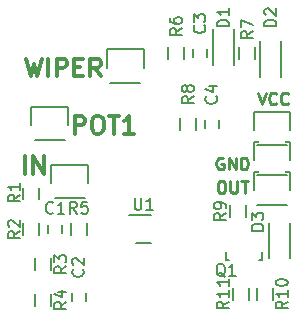
<source format=gto>
G04 #@! TF.FileFunction,Legend,Top*
%FSLAX46Y46*%
G04 Gerber Fmt 4.6, Leading zero omitted, Abs format (unit mm)*
G04 Created by KiCad (PCBNEW 4.0.4+e1-6308~48~ubuntu16.04.1-stable) date Thu Nov  3 23:15:19 2016*
%MOMM*%
%LPD*%
G01*
G04 APERTURE LIST*
%ADD10C,0.100000*%
%ADD11C,0.300000*%
%ADD12C,0.250000*%
%ADD13C,0.150000*%
%ADD14R,0.750000X0.800000*%
%ADD15R,1.220000X0.910000*%
%ADD16R,0.800100X0.800100*%
%ADD17R,0.900000X0.500000*%
%ADD18R,2.235200X2.235200*%
%ADD19R,0.850000X0.300000*%
G04 APERTURE END LIST*
D10*
D11*
X173571429Y-51078571D02*
X173928572Y-52578571D01*
X174214286Y-51507143D01*
X174500000Y-52578571D01*
X174857143Y-51078571D01*
X175428572Y-52578571D02*
X175428572Y-51078571D01*
X176142858Y-52578571D02*
X176142858Y-51078571D01*
X176714286Y-51078571D01*
X176857144Y-51150000D01*
X176928572Y-51221429D01*
X177000001Y-51364286D01*
X177000001Y-51578571D01*
X176928572Y-51721429D01*
X176857144Y-51792857D01*
X176714286Y-51864286D01*
X176142858Y-51864286D01*
X177642858Y-51792857D02*
X178142858Y-51792857D01*
X178357144Y-52578571D02*
X177642858Y-52578571D01*
X177642858Y-51078571D01*
X178357144Y-51078571D01*
X179857144Y-52578571D02*
X179357144Y-51864286D01*
X179000001Y-52578571D02*
X179000001Y-51078571D01*
X179571429Y-51078571D01*
X179714287Y-51150000D01*
X179785715Y-51221429D01*
X179857144Y-51364286D01*
X179857144Y-51578571D01*
X179785715Y-51721429D01*
X179714287Y-51792857D01*
X179571429Y-51864286D01*
X179000001Y-51864286D01*
X177685715Y-57428571D02*
X177685715Y-55928571D01*
X178257143Y-55928571D01*
X178400001Y-56000000D01*
X178471429Y-56071429D01*
X178542858Y-56214286D01*
X178542858Y-56428571D01*
X178471429Y-56571429D01*
X178400001Y-56642857D01*
X178257143Y-56714286D01*
X177685715Y-56714286D01*
X179471429Y-55928571D02*
X179757143Y-55928571D01*
X179900001Y-56000000D01*
X180042858Y-56142857D01*
X180114286Y-56428571D01*
X180114286Y-56928571D01*
X180042858Y-57214286D01*
X179900001Y-57357143D01*
X179757143Y-57428571D01*
X179471429Y-57428571D01*
X179328572Y-57357143D01*
X179185715Y-57214286D01*
X179114286Y-56928571D01*
X179114286Y-56428571D01*
X179185715Y-56142857D01*
X179328572Y-56000000D01*
X179471429Y-55928571D01*
X180542858Y-55928571D02*
X181400001Y-55928571D01*
X180971430Y-57428571D02*
X180971430Y-55928571D01*
X182685715Y-57428571D02*
X181828572Y-57428571D01*
X182257144Y-57428571D02*
X182257144Y-55928571D01*
X182114287Y-56142857D01*
X181971429Y-56285714D01*
X181828572Y-56357143D01*
D12*
X193166667Y-53952381D02*
X193500000Y-54952381D01*
X193833334Y-53952381D01*
X194738096Y-54857143D02*
X194690477Y-54904762D01*
X194547620Y-54952381D01*
X194452382Y-54952381D01*
X194309524Y-54904762D01*
X194214286Y-54809524D01*
X194166667Y-54714286D01*
X194119048Y-54523810D01*
X194119048Y-54380952D01*
X194166667Y-54190476D01*
X194214286Y-54095238D01*
X194309524Y-54000000D01*
X194452382Y-53952381D01*
X194547620Y-53952381D01*
X194690477Y-54000000D01*
X194738096Y-54047619D01*
X195738096Y-54857143D02*
X195690477Y-54904762D01*
X195547620Y-54952381D01*
X195452382Y-54952381D01*
X195309524Y-54904762D01*
X195214286Y-54809524D01*
X195166667Y-54714286D01*
X195119048Y-54523810D01*
X195119048Y-54380952D01*
X195166667Y-54190476D01*
X195214286Y-54095238D01*
X195309524Y-54000000D01*
X195452382Y-53952381D01*
X195547620Y-53952381D01*
X195690477Y-54000000D01*
X195738096Y-54047619D01*
X190238096Y-59500000D02*
X190142858Y-59452381D01*
X190000001Y-59452381D01*
X189857143Y-59500000D01*
X189761905Y-59595238D01*
X189714286Y-59690476D01*
X189666667Y-59880952D01*
X189666667Y-60023810D01*
X189714286Y-60214286D01*
X189761905Y-60309524D01*
X189857143Y-60404762D01*
X190000001Y-60452381D01*
X190095239Y-60452381D01*
X190238096Y-60404762D01*
X190285715Y-60357143D01*
X190285715Y-60023810D01*
X190095239Y-60023810D01*
X190714286Y-60452381D02*
X190714286Y-59452381D01*
X191285715Y-60452381D01*
X191285715Y-59452381D01*
X191761905Y-60452381D02*
X191761905Y-59452381D01*
X192000000Y-59452381D01*
X192142858Y-59500000D01*
X192238096Y-59595238D01*
X192285715Y-59690476D01*
X192333334Y-59880952D01*
X192333334Y-60023810D01*
X192285715Y-60214286D01*
X192238096Y-60309524D01*
X192142858Y-60404762D01*
X192000000Y-60452381D01*
X191761905Y-60452381D01*
X190000000Y-61452381D02*
X190190477Y-61452381D01*
X190285715Y-61500000D01*
X190380953Y-61595238D01*
X190428572Y-61785714D01*
X190428572Y-62119048D01*
X190380953Y-62309524D01*
X190285715Y-62404762D01*
X190190477Y-62452381D01*
X190000000Y-62452381D01*
X189904762Y-62404762D01*
X189809524Y-62309524D01*
X189761905Y-62119048D01*
X189761905Y-61785714D01*
X189809524Y-61595238D01*
X189904762Y-61500000D01*
X190000000Y-61452381D01*
X190857143Y-61452381D02*
X190857143Y-62261905D01*
X190904762Y-62357143D01*
X190952381Y-62404762D01*
X191047619Y-62452381D01*
X191238096Y-62452381D01*
X191333334Y-62404762D01*
X191380953Y-62357143D01*
X191428572Y-62261905D01*
X191428572Y-61452381D01*
X191761905Y-61452381D02*
X192333334Y-61452381D01*
X192047619Y-62452381D02*
X192047619Y-61452381D01*
D11*
X173464286Y-60828571D02*
X173464286Y-59328571D01*
X174178572Y-60828571D02*
X174178572Y-59328571D01*
X175035715Y-60828571D01*
X175035715Y-59328571D01*
D13*
X175400000Y-65850000D02*
X175400000Y-65150000D01*
X176600000Y-65150000D02*
X176600000Y-65850000D01*
X178600000Y-70900000D02*
X178600000Y-71600000D01*
X177400000Y-71600000D02*
X177400000Y-70900000D01*
X188875200Y-50251600D02*
X188875200Y-50951600D01*
X187675200Y-50951600D02*
X187675200Y-50251600D01*
X188675200Y-56951600D02*
X188675200Y-56251600D01*
X189875200Y-56251600D02*
X189875200Y-56951600D01*
X189375200Y-48601600D02*
X189375200Y-51601600D01*
X191175200Y-48601600D02*
X191175200Y-51601600D01*
X195175200Y-52601600D02*
X195175200Y-49601600D01*
X193375200Y-52601600D02*
X193375200Y-49601600D01*
X194100000Y-65000000D02*
X194100000Y-68000000D01*
X195900000Y-65000000D02*
X195900000Y-68000000D01*
X190700840Y-68150240D02*
X190749100Y-68150240D01*
X193499820Y-67449200D02*
X193499820Y-68150240D01*
X193499820Y-68150240D02*
X193250900Y-68150240D01*
X190700840Y-68150240D02*
X190500180Y-68150240D01*
X190500180Y-68150240D02*
X190500180Y-67449200D01*
X173325000Y-63000000D02*
X173325000Y-62000000D01*
X174675000Y-62000000D02*
X174675000Y-63000000D01*
X173325000Y-66000000D02*
X173325000Y-65000000D01*
X174675000Y-65000000D02*
X174675000Y-66000000D01*
X174325000Y-69000000D02*
X174325000Y-68000000D01*
X175675000Y-68000000D02*
X175675000Y-69000000D01*
X174325000Y-72000000D02*
X174325000Y-71000000D01*
X175675000Y-71000000D02*
X175675000Y-72000000D01*
X177325000Y-66000000D02*
X177325000Y-65000000D01*
X178675000Y-65000000D02*
X178675000Y-66000000D01*
X186950200Y-50101600D02*
X186950200Y-51101600D01*
X185600200Y-51101600D02*
X185600200Y-50101600D01*
X191600200Y-51101600D02*
X191600200Y-50101600D01*
X192950200Y-50101600D02*
X192950200Y-51101600D01*
X186600200Y-57101600D02*
X186600200Y-56101600D01*
X187950200Y-56101600D02*
X187950200Y-57101600D01*
X192175000Y-63500000D02*
X192175000Y-64500000D01*
X190825000Y-64500000D02*
X190825000Y-63500000D01*
X193075000Y-71500000D02*
X193075000Y-70500000D01*
X194425000Y-70500000D02*
X194425000Y-71500000D01*
X191075000Y-71500000D02*
X191075000Y-70500000D01*
X192425000Y-70500000D02*
X192425000Y-71500000D01*
X195910800Y-58140000D02*
X195910800Y-59690000D01*
X192810800Y-59690000D02*
X192810800Y-58140000D01*
X192810800Y-58140000D02*
X195910800Y-58140000D01*
X193090800Y-60960000D02*
X195630800Y-60960000D01*
X178791200Y-60070400D02*
X178791200Y-61620400D01*
X175691200Y-61620400D02*
X175691200Y-60070400D01*
X175691200Y-60070400D02*
X178791200Y-60070400D01*
X175971200Y-62890400D02*
X178511200Y-62890400D01*
X195910800Y-55600000D02*
X195910800Y-57150000D01*
X192810800Y-57150000D02*
X192810800Y-55600000D01*
X192810800Y-55600000D02*
X195910800Y-55600000D01*
X193090800Y-58420000D02*
X195630800Y-58420000D01*
X195910800Y-60680000D02*
X195910800Y-62230000D01*
X192810800Y-62230000D02*
X192810800Y-60680000D01*
X192810800Y-60680000D02*
X195910800Y-60680000D01*
X193090800Y-63500000D02*
X195630800Y-63500000D01*
X182850000Y-66650000D02*
X184150000Y-66650000D01*
X182250000Y-64350000D02*
X184150000Y-64350000D01*
X177100000Y-55150000D02*
X177100000Y-56700000D01*
X174000000Y-56700000D02*
X174000000Y-55150000D01*
X174000000Y-55150000D02*
X177100000Y-55150000D01*
X174280000Y-57970000D02*
X176820000Y-57970000D01*
X183500000Y-50300000D02*
X183500000Y-51850000D01*
X180400000Y-51850000D02*
X180400000Y-50300000D01*
X180400000Y-50300000D02*
X183500000Y-50300000D01*
X180680000Y-53120000D02*
X183220000Y-53120000D01*
X175833334Y-64107143D02*
X175785715Y-64154762D01*
X175642858Y-64202381D01*
X175547620Y-64202381D01*
X175404762Y-64154762D01*
X175309524Y-64059524D01*
X175261905Y-63964286D01*
X175214286Y-63773810D01*
X175214286Y-63630952D01*
X175261905Y-63440476D01*
X175309524Y-63345238D01*
X175404762Y-63250000D01*
X175547620Y-63202381D01*
X175642858Y-63202381D01*
X175785715Y-63250000D01*
X175833334Y-63297619D01*
X176785715Y-64202381D02*
X176214286Y-64202381D01*
X176500000Y-64202381D02*
X176500000Y-63202381D01*
X176404762Y-63345238D01*
X176309524Y-63440476D01*
X176214286Y-63488095D01*
X178357143Y-68916666D02*
X178404762Y-68964285D01*
X178452381Y-69107142D01*
X178452381Y-69202380D01*
X178404762Y-69345238D01*
X178309524Y-69440476D01*
X178214286Y-69488095D01*
X178023810Y-69535714D01*
X177880952Y-69535714D01*
X177690476Y-69488095D01*
X177595238Y-69440476D01*
X177500000Y-69345238D01*
X177452381Y-69202380D01*
X177452381Y-69107142D01*
X177500000Y-68964285D01*
X177547619Y-68916666D01*
X177547619Y-68535714D02*
X177500000Y-68488095D01*
X177452381Y-68392857D01*
X177452381Y-68154761D01*
X177500000Y-68059523D01*
X177547619Y-68011904D01*
X177642857Y-67964285D01*
X177738095Y-67964285D01*
X177880952Y-68011904D01*
X178452381Y-68583333D01*
X178452381Y-67964285D01*
X188632343Y-48268266D02*
X188679962Y-48315885D01*
X188727581Y-48458742D01*
X188727581Y-48553980D01*
X188679962Y-48696838D01*
X188584724Y-48792076D01*
X188489486Y-48839695D01*
X188299010Y-48887314D01*
X188156152Y-48887314D01*
X187965676Y-48839695D01*
X187870438Y-48792076D01*
X187775200Y-48696838D01*
X187727581Y-48553980D01*
X187727581Y-48458742D01*
X187775200Y-48315885D01*
X187822819Y-48268266D01*
X187727581Y-47934933D02*
X187727581Y-47315885D01*
X188108533Y-47649219D01*
X188108533Y-47506361D01*
X188156152Y-47411123D01*
X188203771Y-47363504D01*
X188299010Y-47315885D01*
X188537105Y-47315885D01*
X188632343Y-47363504D01*
X188679962Y-47411123D01*
X188727581Y-47506361D01*
X188727581Y-47792076D01*
X188679962Y-47887314D01*
X188632343Y-47934933D01*
X189632343Y-54268266D02*
X189679962Y-54315885D01*
X189727581Y-54458742D01*
X189727581Y-54553980D01*
X189679962Y-54696838D01*
X189584724Y-54792076D01*
X189489486Y-54839695D01*
X189299010Y-54887314D01*
X189156152Y-54887314D01*
X188965676Y-54839695D01*
X188870438Y-54792076D01*
X188775200Y-54696838D01*
X188727581Y-54553980D01*
X188727581Y-54458742D01*
X188775200Y-54315885D01*
X188822819Y-54268266D01*
X189060914Y-53411123D02*
X189727581Y-53411123D01*
X188679962Y-53649219D02*
X189394248Y-53887314D01*
X189394248Y-53268266D01*
X190727581Y-48339695D02*
X189727581Y-48339695D01*
X189727581Y-48101600D01*
X189775200Y-47958742D01*
X189870438Y-47863504D01*
X189965676Y-47815885D01*
X190156152Y-47768266D01*
X190299010Y-47768266D01*
X190489486Y-47815885D01*
X190584724Y-47863504D01*
X190679962Y-47958742D01*
X190727581Y-48101600D01*
X190727581Y-48339695D01*
X190727581Y-46815885D02*
X190727581Y-47387314D01*
X190727581Y-47101600D02*
X189727581Y-47101600D01*
X189870438Y-47196838D01*
X189965676Y-47292076D01*
X190013295Y-47387314D01*
X194727581Y-48339695D02*
X193727581Y-48339695D01*
X193727581Y-48101600D01*
X193775200Y-47958742D01*
X193870438Y-47863504D01*
X193965676Y-47815885D01*
X194156152Y-47768266D01*
X194299010Y-47768266D01*
X194489486Y-47815885D01*
X194584724Y-47863504D01*
X194679962Y-47958742D01*
X194727581Y-48101600D01*
X194727581Y-48339695D01*
X193822819Y-47387314D02*
X193775200Y-47339695D01*
X193727581Y-47244457D01*
X193727581Y-47006361D01*
X193775200Y-46911123D01*
X193822819Y-46863504D01*
X193918057Y-46815885D01*
X194013295Y-46815885D01*
X194156152Y-46863504D01*
X194727581Y-47434933D01*
X194727581Y-46815885D01*
X193652381Y-65638095D02*
X192652381Y-65638095D01*
X192652381Y-65400000D01*
X192700000Y-65257142D01*
X192795238Y-65161904D01*
X192890476Y-65114285D01*
X193080952Y-65066666D01*
X193223810Y-65066666D01*
X193414286Y-65114285D01*
X193509524Y-65161904D01*
X193604762Y-65257142D01*
X193652381Y-65400000D01*
X193652381Y-65638095D01*
X192652381Y-64733333D02*
X192652381Y-64114285D01*
X193033333Y-64447619D01*
X193033333Y-64304761D01*
X193080952Y-64209523D01*
X193128571Y-64161904D01*
X193223810Y-64114285D01*
X193461905Y-64114285D01*
X193557143Y-64161904D01*
X193604762Y-64209523D01*
X193652381Y-64304761D01*
X193652381Y-64590476D01*
X193604762Y-64685714D01*
X193557143Y-64733333D01*
X190404762Y-69547619D02*
X190309524Y-69500000D01*
X190214286Y-69404762D01*
X190071429Y-69261905D01*
X189976190Y-69214286D01*
X189880952Y-69214286D01*
X189928571Y-69452381D02*
X189833333Y-69404762D01*
X189738095Y-69309524D01*
X189690476Y-69119048D01*
X189690476Y-68785714D01*
X189738095Y-68595238D01*
X189833333Y-68500000D01*
X189928571Y-68452381D01*
X190119048Y-68452381D01*
X190214286Y-68500000D01*
X190309524Y-68595238D01*
X190357143Y-68785714D01*
X190357143Y-69119048D01*
X190309524Y-69309524D01*
X190214286Y-69404762D01*
X190119048Y-69452381D01*
X189928571Y-69452381D01*
X191309524Y-69452381D02*
X190738095Y-69452381D01*
X191023809Y-69452381D02*
X191023809Y-68452381D01*
X190928571Y-68595238D01*
X190833333Y-68690476D01*
X190738095Y-68738095D01*
X173019981Y-62599866D02*
X172543790Y-62933200D01*
X173019981Y-63171295D02*
X172019981Y-63171295D01*
X172019981Y-62790342D01*
X172067600Y-62695104D01*
X172115219Y-62647485D01*
X172210457Y-62599866D01*
X172353314Y-62599866D01*
X172448552Y-62647485D01*
X172496171Y-62695104D01*
X172543790Y-62790342D01*
X172543790Y-63171295D01*
X173019981Y-61647485D02*
X173019981Y-62218914D01*
X173019981Y-61933200D02*
X172019981Y-61933200D01*
X172162838Y-62028438D01*
X172258076Y-62123676D01*
X172305695Y-62218914D01*
X173019981Y-65698666D02*
X172543790Y-66032000D01*
X173019981Y-66270095D02*
X172019981Y-66270095D01*
X172019981Y-65889142D01*
X172067600Y-65793904D01*
X172115219Y-65746285D01*
X172210457Y-65698666D01*
X172353314Y-65698666D01*
X172448552Y-65746285D01*
X172496171Y-65793904D01*
X172543790Y-65889142D01*
X172543790Y-66270095D01*
X172115219Y-65317714D02*
X172067600Y-65270095D01*
X172019981Y-65174857D01*
X172019981Y-64936761D01*
X172067600Y-64841523D01*
X172115219Y-64793904D01*
X172210457Y-64746285D01*
X172305695Y-64746285D01*
X172448552Y-64793904D01*
X173019981Y-65365333D01*
X173019981Y-64746285D01*
X176952381Y-68666666D02*
X176476190Y-69000000D01*
X176952381Y-69238095D02*
X175952381Y-69238095D01*
X175952381Y-68857142D01*
X176000000Y-68761904D01*
X176047619Y-68714285D01*
X176142857Y-68666666D01*
X176285714Y-68666666D01*
X176380952Y-68714285D01*
X176428571Y-68761904D01*
X176476190Y-68857142D01*
X176476190Y-69238095D01*
X175952381Y-68333333D02*
X175952381Y-67714285D01*
X176333333Y-68047619D01*
X176333333Y-67904761D01*
X176380952Y-67809523D01*
X176428571Y-67761904D01*
X176523810Y-67714285D01*
X176761905Y-67714285D01*
X176857143Y-67761904D01*
X176904762Y-67809523D01*
X176952381Y-67904761D01*
X176952381Y-68190476D01*
X176904762Y-68285714D01*
X176857143Y-68333333D01*
X176952381Y-71666666D02*
X176476190Y-72000000D01*
X176952381Y-72238095D02*
X175952381Y-72238095D01*
X175952381Y-71857142D01*
X176000000Y-71761904D01*
X176047619Y-71714285D01*
X176142857Y-71666666D01*
X176285714Y-71666666D01*
X176380952Y-71714285D01*
X176428571Y-71761904D01*
X176476190Y-71857142D01*
X176476190Y-72238095D01*
X176285714Y-70809523D02*
X176952381Y-70809523D01*
X175904762Y-71047619D02*
X176619048Y-71285714D01*
X176619048Y-70666666D01*
X177833334Y-64202381D02*
X177500000Y-63726190D01*
X177261905Y-64202381D02*
X177261905Y-63202381D01*
X177642858Y-63202381D01*
X177738096Y-63250000D01*
X177785715Y-63297619D01*
X177833334Y-63392857D01*
X177833334Y-63535714D01*
X177785715Y-63630952D01*
X177738096Y-63678571D01*
X177642858Y-63726190D01*
X177261905Y-63726190D01*
X178738096Y-63202381D02*
X178261905Y-63202381D01*
X178214286Y-63678571D01*
X178261905Y-63630952D01*
X178357143Y-63583333D01*
X178595239Y-63583333D01*
X178690477Y-63630952D01*
X178738096Y-63678571D01*
X178785715Y-63773810D01*
X178785715Y-64011905D01*
X178738096Y-64107143D01*
X178690477Y-64154762D01*
X178595239Y-64202381D01*
X178357143Y-64202381D01*
X178261905Y-64154762D01*
X178214286Y-64107143D01*
X186727581Y-48518266D02*
X186251390Y-48851600D01*
X186727581Y-49089695D02*
X185727581Y-49089695D01*
X185727581Y-48708742D01*
X185775200Y-48613504D01*
X185822819Y-48565885D01*
X185918057Y-48518266D01*
X186060914Y-48518266D01*
X186156152Y-48565885D01*
X186203771Y-48613504D01*
X186251390Y-48708742D01*
X186251390Y-49089695D01*
X185727581Y-47661123D02*
X185727581Y-47851600D01*
X185775200Y-47946838D01*
X185822819Y-47994457D01*
X185965676Y-48089695D01*
X186156152Y-48137314D01*
X186537105Y-48137314D01*
X186632343Y-48089695D01*
X186679962Y-48042076D01*
X186727581Y-47946838D01*
X186727581Y-47756361D01*
X186679962Y-47661123D01*
X186632343Y-47613504D01*
X186537105Y-47565885D01*
X186299010Y-47565885D01*
X186203771Y-47613504D01*
X186156152Y-47661123D01*
X186108533Y-47756361D01*
X186108533Y-47946838D01*
X186156152Y-48042076D01*
X186203771Y-48089695D01*
X186299010Y-48137314D01*
X192727581Y-48768266D02*
X192251390Y-49101600D01*
X192727581Y-49339695D02*
X191727581Y-49339695D01*
X191727581Y-48958742D01*
X191775200Y-48863504D01*
X191822819Y-48815885D01*
X191918057Y-48768266D01*
X192060914Y-48768266D01*
X192156152Y-48815885D01*
X192203771Y-48863504D01*
X192251390Y-48958742D01*
X192251390Y-49339695D01*
X191727581Y-48434933D02*
X191727581Y-47768266D01*
X192727581Y-48196838D01*
X187727581Y-54268266D02*
X187251390Y-54601600D01*
X187727581Y-54839695D02*
X186727581Y-54839695D01*
X186727581Y-54458742D01*
X186775200Y-54363504D01*
X186822819Y-54315885D01*
X186918057Y-54268266D01*
X187060914Y-54268266D01*
X187156152Y-54315885D01*
X187203771Y-54363504D01*
X187251390Y-54458742D01*
X187251390Y-54839695D01*
X187156152Y-53696838D02*
X187108533Y-53792076D01*
X187060914Y-53839695D01*
X186965676Y-53887314D01*
X186918057Y-53887314D01*
X186822819Y-53839695D01*
X186775200Y-53792076D01*
X186727581Y-53696838D01*
X186727581Y-53506361D01*
X186775200Y-53411123D01*
X186822819Y-53363504D01*
X186918057Y-53315885D01*
X186965676Y-53315885D01*
X187060914Y-53363504D01*
X187108533Y-53411123D01*
X187156152Y-53506361D01*
X187156152Y-53696838D01*
X187203771Y-53792076D01*
X187251390Y-53839695D01*
X187346629Y-53887314D01*
X187537105Y-53887314D01*
X187632343Y-53839695D01*
X187679962Y-53792076D01*
X187727581Y-53696838D01*
X187727581Y-53506361D01*
X187679962Y-53411123D01*
X187632343Y-53363504D01*
X187537105Y-53315885D01*
X187346629Y-53315885D01*
X187251390Y-53363504D01*
X187203771Y-53411123D01*
X187156152Y-53506361D01*
X190452381Y-64166666D02*
X189976190Y-64500000D01*
X190452381Y-64738095D02*
X189452381Y-64738095D01*
X189452381Y-64357142D01*
X189500000Y-64261904D01*
X189547619Y-64214285D01*
X189642857Y-64166666D01*
X189785714Y-64166666D01*
X189880952Y-64214285D01*
X189928571Y-64261904D01*
X189976190Y-64357142D01*
X189976190Y-64738095D01*
X190452381Y-63690476D02*
X190452381Y-63500000D01*
X190404762Y-63404761D01*
X190357143Y-63357142D01*
X190214286Y-63261904D01*
X190023810Y-63214285D01*
X189642857Y-63214285D01*
X189547619Y-63261904D01*
X189500000Y-63309523D01*
X189452381Y-63404761D01*
X189452381Y-63595238D01*
X189500000Y-63690476D01*
X189547619Y-63738095D01*
X189642857Y-63785714D01*
X189880952Y-63785714D01*
X189976190Y-63738095D01*
X190023810Y-63690476D01*
X190071429Y-63595238D01*
X190071429Y-63404761D01*
X190023810Y-63309523D01*
X189976190Y-63261904D01*
X189880952Y-63214285D01*
X195702381Y-71642857D02*
X195226190Y-71976191D01*
X195702381Y-72214286D02*
X194702381Y-72214286D01*
X194702381Y-71833333D01*
X194750000Y-71738095D01*
X194797619Y-71690476D01*
X194892857Y-71642857D01*
X195035714Y-71642857D01*
X195130952Y-71690476D01*
X195178571Y-71738095D01*
X195226190Y-71833333D01*
X195226190Y-72214286D01*
X195702381Y-70690476D02*
X195702381Y-71261905D01*
X195702381Y-70976191D02*
X194702381Y-70976191D01*
X194845238Y-71071429D01*
X194940476Y-71166667D01*
X194988095Y-71261905D01*
X194702381Y-70071429D02*
X194702381Y-69976190D01*
X194750000Y-69880952D01*
X194797619Y-69833333D01*
X194892857Y-69785714D01*
X195083333Y-69738095D01*
X195321429Y-69738095D01*
X195511905Y-69785714D01*
X195607143Y-69833333D01*
X195654762Y-69880952D01*
X195702381Y-69976190D01*
X195702381Y-70071429D01*
X195654762Y-70166667D01*
X195607143Y-70214286D01*
X195511905Y-70261905D01*
X195321429Y-70309524D01*
X195083333Y-70309524D01*
X194892857Y-70261905D01*
X194797619Y-70214286D01*
X194750000Y-70166667D01*
X194702381Y-70071429D01*
X190702381Y-71642857D02*
X190226190Y-71976191D01*
X190702381Y-72214286D02*
X189702381Y-72214286D01*
X189702381Y-71833333D01*
X189750000Y-71738095D01*
X189797619Y-71690476D01*
X189892857Y-71642857D01*
X190035714Y-71642857D01*
X190130952Y-71690476D01*
X190178571Y-71738095D01*
X190226190Y-71833333D01*
X190226190Y-72214286D01*
X190702381Y-70690476D02*
X190702381Y-71261905D01*
X190702381Y-70976191D02*
X189702381Y-70976191D01*
X189845238Y-71071429D01*
X189940476Y-71166667D01*
X189988095Y-71261905D01*
X190702381Y-69738095D02*
X190702381Y-70309524D01*
X190702381Y-70023810D02*
X189702381Y-70023810D01*
X189845238Y-70119048D01*
X189940476Y-70214286D01*
X189988095Y-70309524D01*
X182738095Y-62877381D02*
X182738095Y-63686905D01*
X182785714Y-63782143D01*
X182833333Y-63829762D01*
X182928571Y-63877381D01*
X183119048Y-63877381D01*
X183214286Y-63829762D01*
X183261905Y-63782143D01*
X183309524Y-63686905D01*
X183309524Y-62877381D01*
X184309524Y-63877381D02*
X183738095Y-63877381D01*
X184023809Y-63877381D02*
X184023809Y-62877381D01*
X183928571Y-63020238D01*
X183833333Y-63115476D01*
X183738095Y-63163095D01*
%LPC*%
D14*
X176000000Y-66250000D03*
X176000000Y-64750000D03*
X178000000Y-70500000D03*
X178000000Y-72000000D03*
X188275200Y-49851600D03*
X188275200Y-51351600D03*
X189275200Y-57351600D03*
X189275200Y-55851600D03*
D15*
X190275200Y-48966600D03*
X190275200Y-52236600D03*
X194275200Y-52236600D03*
X194275200Y-48966600D03*
X195000000Y-65365000D03*
X195000000Y-68635000D03*
D16*
X192950000Y-66499240D03*
X191050000Y-66499240D03*
X192000000Y-68498220D03*
D17*
X174000000Y-61750000D03*
X174000000Y-63250000D03*
X174000000Y-64750000D03*
X174000000Y-66250000D03*
X175000000Y-67750000D03*
X175000000Y-69250000D03*
X175000000Y-70750000D03*
X175000000Y-72250000D03*
X178000000Y-64750000D03*
X178000000Y-66250000D03*
X186275200Y-51351600D03*
X186275200Y-49851600D03*
X192275200Y-49851600D03*
X192275200Y-51351600D03*
X187275200Y-55851600D03*
X187275200Y-57351600D03*
X191500000Y-64750000D03*
X191500000Y-63250000D03*
X193750000Y-70250000D03*
X193750000Y-71750000D03*
X191750000Y-70250000D03*
X191750000Y-71750000D03*
D18*
X194360800Y-59690000D03*
X177241200Y-61620400D03*
X194360800Y-57150000D03*
X194360800Y-62230000D03*
D19*
X182550000Y-64750000D03*
X182550000Y-65250000D03*
X182550000Y-65750000D03*
X182550000Y-66250000D03*
X184450000Y-66250000D03*
X184450000Y-65750000D03*
X184450000Y-65250000D03*
X184450000Y-64750000D03*
D18*
X175550000Y-56700000D03*
X181950000Y-51850000D03*
M02*

</source>
